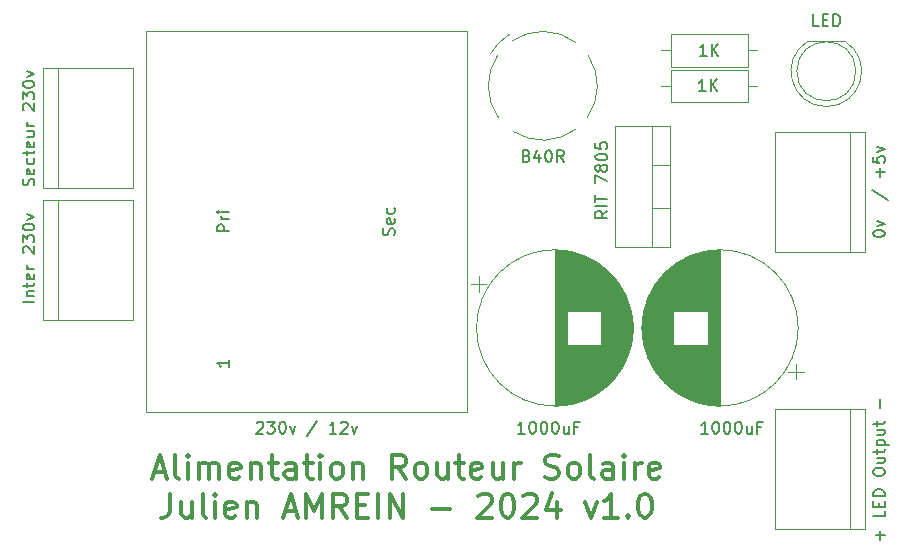
<source format=gto>
G04 #@! TF.GenerationSoftware,KiCad,Pcbnew,5.0.2+dfsg1-1+deb10u1*
G04 #@! TF.CreationDate,2023-11-13T12:08:50+01:00*
G04 #@! TF.ProjectId,AlimentationSecteur2024v1,416c696d-656e-4746-9174-696f6e536563,rev?*
G04 #@! TF.SameCoordinates,Original*
G04 #@! TF.FileFunction,Legend,Top*
G04 #@! TF.FilePolarity,Positive*
%FSLAX46Y46*%
G04 Gerber Fmt 4.6, Leading zero omitted, Abs format (unit mm)*
G04 Created by KiCad (PCBNEW 5.0.2+dfsg1-1+deb10u1) date lun. 13 nov. 2023 12:08:50 CET*
%MOMM*%
%LPD*%
G01*
G04 APERTURE LIST*
%ADD10C,0.300000*%
%ADD11C,0.120000*%
%ADD12C,0.150000*%
G04 APERTURE END LIST*
D10*
X121071428Y-118683333D02*
X122023809Y-118683333D01*
X120880952Y-119254761D02*
X121547619Y-117254761D01*
X122214285Y-119254761D01*
X123166666Y-119254761D02*
X122976190Y-119159523D01*
X122880952Y-118969047D01*
X122880952Y-117254761D01*
X123928571Y-119254761D02*
X123928571Y-117921428D01*
X123928571Y-117254761D02*
X123833333Y-117350000D01*
X123928571Y-117445238D01*
X124023809Y-117350000D01*
X123928571Y-117254761D01*
X123928571Y-117445238D01*
X124880952Y-119254761D02*
X124880952Y-117921428D01*
X124880952Y-118111904D02*
X124976190Y-118016666D01*
X125166666Y-117921428D01*
X125452380Y-117921428D01*
X125642857Y-118016666D01*
X125738095Y-118207142D01*
X125738095Y-119254761D01*
X125738095Y-118207142D02*
X125833333Y-118016666D01*
X126023809Y-117921428D01*
X126309523Y-117921428D01*
X126499999Y-118016666D01*
X126595238Y-118207142D01*
X126595238Y-119254761D01*
X128309523Y-119159523D02*
X128119047Y-119254761D01*
X127738095Y-119254761D01*
X127547619Y-119159523D01*
X127452380Y-118969047D01*
X127452380Y-118207142D01*
X127547619Y-118016666D01*
X127738095Y-117921428D01*
X128119047Y-117921428D01*
X128309523Y-118016666D01*
X128404761Y-118207142D01*
X128404761Y-118397619D01*
X127452380Y-118588095D01*
X129261904Y-117921428D02*
X129261904Y-119254761D01*
X129261904Y-118111904D02*
X129357142Y-118016666D01*
X129547619Y-117921428D01*
X129833333Y-117921428D01*
X130023809Y-118016666D01*
X130119047Y-118207142D01*
X130119047Y-119254761D01*
X130785714Y-117921428D02*
X131547619Y-117921428D01*
X131071428Y-117254761D02*
X131071428Y-118969047D01*
X131166666Y-119159523D01*
X131357142Y-119254761D01*
X131547619Y-119254761D01*
X133071428Y-119254761D02*
X133071428Y-118207142D01*
X132976190Y-118016666D01*
X132785714Y-117921428D01*
X132404761Y-117921428D01*
X132214285Y-118016666D01*
X133071428Y-119159523D02*
X132880952Y-119254761D01*
X132404761Y-119254761D01*
X132214285Y-119159523D01*
X132119047Y-118969047D01*
X132119047Y-118778571D01*
X132214285Y-118588095D01*
X132404761Y-118492857D01*
X132880952Y-118492857D01*
X133071428Y-118397619D01*
X133738095Y-117921428D02*
X134500000Y-117921428D01*
X134023809Y-117254761D02*
X134023809Y-118969047D01*
X134119047Y-119159523D01*
X134309523Y-119254761D01*
X134500000Y-119254761D01*
X135166666Y-119254761D02*
X135166666Y-117921428D01*
X135166666Y-117254761D02*
X135071428Y-117350000D01*
X135166666Y-117445238D01*
X135261904Y-117350000D01*
X135166666Y-117254761D01*
X135166666Y-117445238D01*
X136404761Y-119254761D02*
X136214285Y-119159523D01*
X136119047Y-119064285D01*
X136023809Y-118873809D01*
X136023809Y-118302380D01*
X136119047Y-118111904D01*
X136214285Y-118016666D01*
X136404761Y-117921428D01*
X136690476Y-117921428D01*
X136880952Y-118016666D01*
X136976190Y-118111904D01*
X137071428Y-118302380D01*
X137071428Y-118873809D01*
X136976190Y-119064285D01*
X136880952Y-119159523D01*
X136690476Y-119254761D01*
X136404761Y-119254761D01*
X137928571Y-117921428D02*
X137928571Y-119254761D01*
X137928571Y-118111904D02*
X138023809Y-118016666D01*
X138214285Y-117921428D01*
X138500000Y-117921428D01*
X138690476Y-118016666D01*
X138785714Y-118207142D01*
X138785714Y-119254761D01*
X142404761Y-119254761D02*
X141738095Y-118302380D01*
X141261904Y-119254761D02*
X141261904Y-117254761D01*
X142023809Y-117254761D01*
X142214285Y-117350000D01*
X142309523Y-117445238D01*
X142404761Y-117635714D01*
X142404761Y-117921428D01*
X142309523Y-118111904D01*
X142214285Y-118207142D01*
X142023809Y-118302380D01*
X141261904Y-118302380D01*
X143547619Y-119254761D02*
X143357142Y-119159523D01*
X143261904Y-119064285D01*
X143166666Y-118873809D01*
X143166666Y-118302380D01*
X143261904Y-118111904D01*
X143357142Y-118016666D01*
X143547619Y-117921428D01*
X143833333Y-117921428D01*
X144023809Y-118016666D01*
X144119047Y-118111904D01*
X144214285Y-118302380D01*
X144214285Y-118873809D01*
X144119047Y-119064285D01*
X144023809Y-119159523D01*
X143833333Y-119254761D01*
X143547619Y-119254761D01*
X145928571Y-117921428D02*
X145928571Y-119254761D01*
X145071428Y-117921428D02*
X145071428Y-118969047D01*
X145166666Y-119159523D01*
X145357142Y-119254761D01*
X145642857Y-119254761D01*
X145833333Y-119159523D01*
X145928571Y-119064285D01*
X146595238Y-117921428D02*
X147357142Y-117921428D01*
X146880952Y-117254761D02*
X146880952Y-118969047D01*
X146976190Y-119159523D01*
X147166666Y-119254761D01*
X147357142Y-119254761D01*
X148785714Y-119159523D02*
X148595238Y-119254761D01*
X148214285Y-119254761D01*
X148023809Y-119159523D01*
X147928571Y-118969047D01*
X147928571Y-118207142D01*
X148023809Y-118016666D01*
X148214285Y-117921428D01*
X148595238Y-117921428D01*
X148785714Y-118016666D01*
X148880952Y-118207142D01*
X148880952Y-118397619D01*
X147928571Y-118588095D01*
X150595238Y-117921428D02*
X150595238Y-119254761D01*
X149738095Y-117921428D02*
X149738095Y-118969047D01*
X149833333Y-119159523D01*
X150023809Y-119254761D01*
X150309523Y-119254761D01*
X150500000Y-119159523D01*
X150595238Y-119064285D01*
X151547619Y-119254761D02*
X151547619Y-117921428D01*
X151547619Y-118302380D02*
X151642857Y-118111904D01*
X151738095Y-118016666D01*
X151928571Y-117921428D01*
X152119047Y-117921428D01*
X154214285Y-119159523D02*
X154500000Y-119254761D01*
X154976190Y-119254761D01*
X155166666Y-119159523D01*
X155261904Y-119064285D01*
X155357142Y-118873809D01*
X155357142Y-118683333D01*
X155261904Y-118492857D01*
X155166666Y-118397619D01*
X154976190Y-118302380D01*
X154595238Y-118207142D01*
X154404761Y-118111904D01*
X154309523Y-118016666D01*
X154214285Y-117826190D01*
X154214285Y-117635714D01*
X154309523Y-117445238D01*
X154404761Y-117350000D01*
X154595238Y-117254761D01*
X155071428Y-117254761D01*
X155357142Y-117350000D01*
X156500000Y-119254761D02*
X156309523Y-119159523D01*
X156214285Y-119064285D01*
X156119047Y-118873809D01*
X156119047Y-118302380D01*
X156214285Y-118111904D01*
X156309523Y-118016666D01*
X156500000Y-117921428D01*
X156785714Y-117921428D01*
X156976190Y-118016666D01*
X157071428Y-118111904D01*
X157166666Y-118302380D01*
X157166666Y-118873809D01*
X157071428Y-119064285D01*
X156976190Y-119159523D01*
X156785714Y-119254761D01*
X156500000Y-119254761D01*
X158309523Y-119254761D02*
X158119047Y-119159523D01*
X158023809Y-118969047D01*
X158023809Y-117254761D01*
X159928571Y-119254761D02*
X159928571Y-118207142D01*
X159833333Y-118016666D01*
X159642857Y-117921428D01*
X159261904Y-117921428D01*
X159071428Y-118016666D01*
X159928571Y-119159523D02*
X159738095Y-119254761D01*
X159261904Y-119254761D01*
X159071428Y-119159523D01*
X158976190Y-118969047D01*
X158976190Y-118778571D01*
X159071428Y-118588095D01*
X159261904Y-118492857D01*
X159738095Y-118492857D01*
X159928571Y-118397619D01*
X160880952Y-119254761D02*
X160880952Y-117921428D01*
X160880952Y-117254761D02*
X160785714Y-117350000D01*
X160880952Y-117445238D01*
X160976190Y-117350000D01*
X160880952Y-117254761D01*
X160880952Y-117445238D01*
X161833333Y-119254761D02*
X161833333Y-117921428D01*
X161833333Y-118302380D02*
X161928571Y-118111904D01*
X162023809Y-118016666D01*
X162214285Y-117921428D01*
X162404761Y-117921428D01*
X163833333Y-119159523D02*
X163642857Y-119254761D01*
X163261904Y-119254761D01*
X163071428Y-119159523D01*
X162976190Y-118969047D01*
X162976190Y-118207142D01*
X163071428Y-118016666D01*
X163261904Y-117921428D01*
X163642857Y-117921428D01*
X163833333Y-118016666D01*
X163928571Y-118207142D01*
X163928571Y-118397619D01*
X162976190Y-118588095D01*
X122452380Y-120554761D02*
X122452380Y-121983333D01*
X122357142Y-122269047D01*
X122166666Y-122459523D01*
X121880952Y-122554761D01*
X121690476Y-122554761D01*
X124261904Y-121221428D02*
X124261904Y-122554761D01*
X123404761Y-121221428D02*
X123404761Y-122269047D01*
X123500000Y-122459523D01*
X123690476Y-122554761D01*
X123976190Y-122554761D01*
X124166666Y-122459523D01*
X124261904Y-122364285D01*
X125500000Y-122554761D02*
X125309523Y-122459523D01*
X125214285Y-122269047D01*
X125214285Y-120554761D01*
X126261904Y-122554761D02*
X126261904Y-121221428D01*
X126261904Y-120554761D02*
X126166666Y-120650000D01*
X126261904Y-120745238D01*
X126357142Y-120650000D01*
X126261904Y-120554761D01*
X126261904Y-120745238D01*
X127976190Y-122459523D02*
X127785714Y-122554761D01*
X127404761Y-122554761D01*
X127214285Y-122459523D01*
X127119047Y-122269047D01*
X127119047Y-121507142D01*
X127214285Y-121316666D01*
X127404761Y-121221428D01*
X127785714Y-121221428D01*
X127976190Y-121316666D01*
X128071428Y-121507142D01*
X128071428Y-121697619D01*
X127119047Y-121888095D01*
X128928571Y-121221428D02*
X128928571Y-122554761D01*
X128928571Y-121411904D02*
X129023809Y-121316666D01*
X129214285Y-121221428D01*
X129500000Y-121221428D01*
X129690476Y-121316666D01*
X129785714Y-121507142D01*
X129785714Y-122554761D01*
X132166666Y-121983333D02*
X133119047Y-121983333D01*
X131976190Y-122554761D02*
X132642857Y-120554761D01*
X133309523Y-122554761D01*
X133976190Y-122554761D02*
X133976190Y-120554761D01*
X134642857Y-121983333D01*
X135309523Y-120554761D01*
X135309523Y-122554761D01*
X137404761Y-122554761D02*
X136738095Y-121602380D01*
X136261904Y-122554761D02*
X136261904Y-120554761D01*
X137023809Y-120554761D01*
X137214285Y-120650000D01*
X137309523Y-120745238D01*
X137404761Y-120935714D01*
X137404761Y-121221428D01*
X137309523Y-121411904D01*
X137214285Y-121507142D01*
X137023809Y-121602380D01*
X136261904Y-121602380D01*
X138261904Y-121507142D02*
X138928571Y-121507142D01*
X139214285Y-122554761D02*
X138261904Y-122554761D01*
X138261904Y-120554761D01*
X139214285Y-120554761D01*
X140071428Y-122554761D02*
X140071428Y-120554761D01*
X141023809Y-122554761D02*
X141023809Y-120554761D01*
X142166666Y-122554761D01*
X142166666Y-120554761D01*
X144642857Y-121792857D02*
X146166666Y-121792857D01*
X148547619Y-120745238D02*
X148642857Y-120650000D01*
X148833333Y-120554761D01*
X149309523Y-120554761D01*
X149500000Y-120650000D01*
X149595238Y-120745238D01*
X149690476Y-120935714D01*
X149690476Y-121126190D01*
X149595238Y-121411904D01*
X148452380Y-122554761D01*
X149690476Y-122554761D01*
X150928571Y-120554761D02*
X151119047Y-120554761D01*
X151309523Y-120650000D01*
X151404761Y-120745238D01*
X151500000Y-120935714D01*
X151595238Y-121316666D01*
X151595238Y-121792857D01*
X151500000Y-122173809D01*
X151404761Y-122364285D01*
X151309523Y-122459523D01*
X151119047Y-122554761D01*
X150928571Y-122554761D01*
X150738095Y-122459523D01*
X150642857Y-122364285D01*
X150547619Y-122173809D01*
X150452380Y-121792857D01*
X150452380Y-121316666D01*
X150547619Y-120935714D01*
X150642857Y-120745238D01*
X150738095Y-120650000D01*
X150928571Y-120554761D01*
X152357142Y-120745238D02*
X152452380Y-120650000D01*
X152642857Y-120554761D01*
X153119047Y-120554761D01*
X153309523Y-120650000D01*
X153404761Y-120745238D01*
X153500000Y-120935714D01*
X153500000Y-121126190D01*
X153404761Y-121411904D01*
X152261904Y-122554761D01*
X153500000Y-122554761D01*
X155214285Y-121221428D02*
X155214285Y-122554761D01*
X154738095Y-120459523D02*
X154261904Y-121888095D01*
X155500000Y-121888095D01*
X157595238Y-121221428D02*
X158071428Y-122554761D01*
X158547619Y-121221428D01*
X160357142Y-122554761D02*
X159214285Y-122554761D01*
X159785714Y-122554761D02*
X159785714Y-120554761D01*
X159595238Y-120840476D01*
X159404761Y-121030952D01*
X159214285Y-121126190D01*
X161214285Y-122364285D02*
X161309523Y-122459523D01*
X161214285Y-122554761D01*
X161119047Y-122459523D01*
X161214285Y-122364285D01*
X161214285Y-122554761D01*
X162547619Y-120554761D02*
X162738095Y-120554761D01*
X162928571Y-120650000D01*
X163023809Y-120745238D01*
X163119047Y-120935714D01*
X163214285Y-121316666D01*
X163214285Y-121792857D01*
X163119047Y-122173809D01*
X163023809Y-122364285D01*
X162928571Y-122459523D01*
X162738095Y-122554761D01*
X162547619Y-122554761D01*
X162357142Y-122459523D01*
X162261904Y-122364285D01*
X162166666Y-122173809D01*
X162071428Y-121792857D01*
X162071428Y-121316666D01*
X162166666Y-120935714D01*
X162261904Y-120745238D01*
X162357142Y-120650000D01*
X162547619Y-120554761D01*
D11*
G04 #@! TO.C,+ LED Output -*
X181310000Y-123540000D02*
X181310000Y-113380000D01*
X173690000Y-123540000D02*
X181310000Y-123540000D01*
X173690000Y-113380000D02*
X173690000Y-123540000D01*
X181310000Y-113380000D02*
X173690000Y-113380000D01*
X180040000Y-113380000D02*
X180040000Y-123540000D01*
G04 #@! TO.C,Inter 230v *
X111690000Y-95710000D02*
X111690000Y-105870000D01*
X119310000Y-95710000D02*
X111690000Y-95710000D01*
X119310000Y-105870000D02*
X119310000Y-95710000D01*
X111690000Y-105870000D02*
X119310000Y-105870000D01*
X112960000Y-105870000D02*
X112960000Y-95710000D01*
G04 #@! TO.C,230v / 12v*
X120380000Y-81380000D02*
X147620000Y-81380000D01*
X120380000Y-81380000D02*
X120380000Y-113620000D01*
X147620000Y-113620000D02*
X147620000Y-81380000D01*
X147620000Y-113620000D02*
X120380000Y-113620000D01*
G04 #@! TO.C,1000uF*
X161620000Y-106500000D02*
G75*
G03X161620000Y-106500000I-6620000J0D01*
G01*
X155000000Y-99920000D02*
X155000000Y-113080000D01*
X155040000Y-99920000D02*
X155040000Y-113080000D01*
X155080000Y-99920000D02*
X155080000Y-113080000D01*
X155120000Y-99921000D02*
X155120000Y-113079000D01*
X155160000Y-99921000D02*
X155160000Y-113079000D01*
X155200000Y-99923000D02*
X155200000Y-113077000D01*
X155240000Y-99924000D02*
X155240000Y-113076000D01*
X155280000Y-99925000D02*
X155280000Y-113075000D01*
X155320000Y-99927000D02*
X155320000Y-113073000D01*
X155360000Y-99929000D02*
X155360000Y-113071000D01*
X155400000Y-99932000D02*
X155400000Y-113068000D01*
X155440000Y-99934000D02*
X155440000Y-113066000D01*
X155480000Y-99937000D02*
X155480000Y-113063000D01*
X155520000Y-99940000D02*
X155520000Y-113060000D01*
X155560000Y-99943000D02*
X155560000Y-113057000D01*
X155600000Y-99947000D02*
X155600000Y-113053000D01*
X155640000Y-99951000D02*
X155640000Y-113049000D01*
X155680000Y-99955000D02*
X155680000Y-113045000D01*
X155721000Y-99959000D02*
X155721000Y-113041000D01*
X155761000Y-99963000D02*
X155761000Y-113037000D01*
X155801000Y-99968000D02*
X155801000Y-113032000D01*
X155841000Y-99973000D02*
X155841000Y-113027000D01*
X155881000Y-99978000D02*
X155881000Y-113022000D01*
X155921000Y-99984000D02*
X155921000Y-113016000D01*
X155961000Y-99989000D02*
X155961000Y-113011000D01*
X156001000Y-99995000D02*
X156001000Y-113005000D01*
X156041000Y-100002000D02*
X156041000Y-112998000D01*
X156081000Y-100008000D02*
X156081000Y-105060000D01*
X156081000Y-107940000D02*
X156081000Y-112992000D01*
X156121000Y-100015000D02*
X156121000Y-105060000D01*
X156121000Y-107940000D02*
X156121000Y-112985000D01*
X156161000Y-100022000D02*
X156161000Y-105060000D01*
X156161000Y-107940000D02*
X156161000Y-112978000D01*
X156201000Y-100029000D02*
X156201000Y-105060000D01*
X156201000Y-107940000D02*
X156201000Y-112971000D01*
X156241000Y-100037000D02*
X156241000Y-105060000D01*
X156241000Y-107940000D02*
X156241000Y-112963000D01*
X156281000Y-100044000D02*
X156281000Y-105060000D01*
X156281000Y-107940000D02*
X156281000Y-112956000D01*
X156321000Y-100052000D02*
X156321000Y-105060000D01*
X156321000Y-107940000D02*
X156321000Y-112948000D01*
X156361000Y-100061000D02*
X156361000Y-105060000D01*
X156361000Y-107940000D02*
X156361000Y-112939000D01*
X156401000Y-100069000D02*
X156401000Y-105060000D01*
X156401000Y-107940000D02*
X156401000Y-112931000D01*
X156441000Y-100078000D02*
X156441000Y-105060000D01*
X156441000Y-107940000D02*
X156441000Y-112922000D01*
X156481000Y-100087000D02*
X156481000Y-105060000D01*
X156481000Y-107940000D02*
X156481000Y-112913000D01*
X156521000Y-100096000D02*
X156521000Y-105060000D01*
X156521000Y-107940000D02*
X156521000Y-112904000D01*
X156561000Y-100106000D02*
X156561000Y-105060000D01*
X156561000Y-107940000D02*
X156561000Y-112894000D01*
X156601000Y-100116000D02*
X156601000Y-105060000D01*
X156601000Y-107940000D02*
X156601000Y-112884000D01*
X156641000Y-100126000D02*
X156641000Y-105060000D01*
X156641000Y-107940000D02*
X156641000Y-112874000D01*
X156681000Y-100136000D02*
X156681000Y-105060000D01*
X156681000Y-107940000D02*
X156681000Y-112864000D01*
X156721000Y-100147000D02*
X156721000Y-105060000D01*
X156721000Y-107940000D02*
X156721000Y-112853000D01*
X156761000Y-100158000D02*
X156761000Y-105060000D01*
X156761000Y-107940000D02*
X156761000Y-112842000D01*
X156801000Y-100169000D02*
X156801000Y-105060000D01*
X156801000Y-107940000D02*
X156801000Y-112831000D01*
X156841000Y-100180000D02*
X156841000Y-105060000D01*
X156841000Y-107940000D02*
X156841000Y-112820000D01*
X156881000Y-100192000D02*
X156881000Y-105060000D01*
X156881000Y-107940000D02*
X156881000Y-112808000D01*
X156921000Y-100204000D02*
X156921000Y-105060000D01*
X156921000Y-107940000D02*
X156921000Y-112796000D01*
X156961000Y-100216000D02*
X156961000Y-105060000D01*
X156961000Y-107940000D02*
X156961000Y-112784000D01*
X157001000Y-100229000D02*
X157001000Y-105060000D01*
X157001000Y-107940000D02*
X157001000Y-112771000D01*
X157041000Y-100242000D02*
X157041000Y-105060000D01*
X157041000Y-107940000D02*
X157041000Y-112758000D01*
X157081000Y-100255000D02*
X157081000Y-105060000D01*
X157081000Y-107940000D02*
X157081000Y-112745000D01*
X157121000Y-100268000D02*
X157121000Y-105060000D01*
X157121000Y-107940000D02*
X157121000Y-112732000D01*
X157161000Y-100282000D02*
X157161000Y-105060000D01*
X157161000Y-107940000D02*
X157161000Y-112718000D01*
X157201000Y-100296000D02*
X157201000Y-105060000D01*
X157201000Y-107940000D02*
X157201000Y-112704000D01*
X157241000Y-100310000D02*
X157241000Y-105060000D01*
X157241000Y-107940000D02*
X157241000Y-112690000D01*
X157281000Y-100325000D02*
X157281000Y-105060000D01*
X157281000Y-107940000D02*
X157281000Y-112675000D01*
X157321000Y-100339000D02*
X157321000Y-105060000D01*
X157321000Y-107940000D02*
X157321000Y-112661000D01*
X157361000Y-100354000D02*
X157361000Y-105060000D01*
X157361000Y-107940000D02*
X157361000Y-112646000D01*
X157401000Y-100370000D02*
X157401000Y-105060000D01*
X157401000Y-107940000D02*
X157401000Y-112630000D01*
X157441000Y-100386000D02*
X157441000Y-105060000D01*
X157441000Y-107940000D02*
X157441000Y-112614000D01*
X157481000Y-100402000D02*
X157481000Y-105060000D01*
X157481000Y-107940000D02*
X157481000Y-112598000D01*
X157521000Y-100418000D02*
X157521000Y-105060000D01*
X157521000Y-107940000D02*
X157521000Y-112582000D01*
X157561000Y-100435000D02*
X157561000Y-105060000D01*
X157561000Y-107940000D02*
X157561000Y-112565000D01*
X157601000Y-100451000D02*
X157601000Y-105060000D01*
X157601000Y-107940000D02*
X157601000Y-112549000D01*
X157641000Y-100469000D02*
X157641000Y-105060000D01*
X157641000Y-107940000D02*
X157641000Y-112531000D01*
X157681000Y-100486000D02*
X157681000Y-105060000D01*
X157681000Y-107940000D02*
X157681000Y-112514000D01*
X157721000Y-100504000D02*
X157721000Y-105060000D01*
X157721000Y-107940000D02*
X157721000Y-112496000D01*
X157761000Y-100522000D02*
X157761000Y-105060000D01*
X157761000Y-107940000D02*
X157761000Y-112478000D01*
X157801000Y-100541000D02*
X157801000Y-105060000D01*
X157801000Y-107940000D02*
X157801000Y-112459000D01*
X157841000Y-100560000D02*
X157841000Y-105060000D01*
X157841000Y-107940000D02*
X157841000Y-112440000D01*
X157881000Y-100579000D02*
X157881000Y-105060000D01*
X157881000Y-107940000D02*
X157881000Y-112421000D01*
X157921000Y-100598000D02*
X157921000Y-105060000D01*
X157921000Y-107940000D02*
X157921000Y-112402000D01*
X157961000Y-100618000D02*
X157961000Y-105060000D01*
X157961000Y-107940000D02*
X157961000Y-112382000D01*
X158001000Y-100638000D02*
X158001000Y-105060000D01*
X158001000Y-107940000D02*
X158001000Y-112362000D01*
X158041000Y-100659000D02*
X158041000Y-105060000D01*
X158041000Y-107940000D02*
X158041000Y-112341000D01*
X158081000Y-100680000D02*
X158081000Y-105060000D01*
X158081000Y-107940000D02*
X158081000Y-112320000D01*
X158121000Y-100701000D02*
X158121000Y-105060000D01*
X158121000Y-107940000D02*
X158121000Y-112299000D01*
X158161000Y-100722000D02*
X158161000Y-105060000D01*
X158161000Y-107940000D02*
X158161000Y-112278000D01*
X158201000Y-100744000D02*
X158201000Y-105060000D01*
X158201000Y-107940000D02*
X158201000Y-112256000D01*
X158241000Y-100767000D02*
X158241000Y-105060000D01*
X158241000Y-107940000D02*
X158241000Y-112233000D01*
X158281000Y-100789000D02*
X158281000Y-105060000D01*
X158281000Y-107940000D02*
X158281000Y-112211000D01*
X158321000Y-100812000D02*
X158321000Y-105060000D01*
X158321000Y-107940000D02*
X158321000Y-112188000D01*
X158361000Y-100836000D02*
X158361000Y-105060000D01*
X158361000Y-107940000D02*
X158361000Y-112164000D01*
X158401000Y-100859000D02*
X158401000Y-105060000D01*
X158401000Y-107940000D02*
X158401000Y-112141000D01*
X158441000Y-100883000D02*
X158441000Y-105060000D01*
X158441000Y-107940000D02*
X158441000Y-112117000D01*
X158481000Y-100908000D02*
X158481000Y-105060000D01*
X158481000Y-107940000D02*
X158481000Y-112092000D01*
X158521000Y-100933000D02*
X158521000Y-105060000D01*
X158521000Y-107940000D02*
X158521000Y-112067000D01*
X158561000Y-100958000D02*
X158561000Y-105060000D01*
X158561000Y-107940000D02*
X158561000Y-112042000D01*
X158601000Y-100984000D02*
X158601000Y-105060000D01*
X158601000Y-107940000D02*
X158601000Y-112016000D01*
X158641000Y-101010000D02*
X158641000Y-105060000D01*
X158641000Y-107940000D02*
X158641000Y-111990000D01*
X158681000Y-101037000D02*
X158681000Y-105060000D01*
X158681000Y-107940000D02*
X158681000Y-111963000D01*
X158721000Y-101064000D02*
X158721000Y-105060000D01*
X158721000Y-107940000D02*
X158721000Y-111936000D01*
X158761000Y-101091000D02*
X158761000Y-105060000D01*
X158761000Y-107940000D02*
X158761000Y-111909000D01*
X158801000Y-101119000D02*
X158801000Y-105060000D01*
X158801000Y-107940000D02*
X158801000Y-111881000D01*
X158841000Y-101147000D02*
X158841000Y-105060000D01*
X158841000Y-107940000D02*
X158841000Y-111853000D01*
X158881000Y-101176000D02*
X158881000Y-105060000D01*
X158881000Y-107940000D02*
X158881000Y-111824000D01*
X158921000Y-101205000D02*
X158921000Y-105060000D01*
X158921000Y-107940000D02*
X158921000Y-111795000D01*
X158961000Y-101235000D02*
X158961000Y-111765000D01*
X159001000Y-101265000D02*
X159001000Y-111735000D01*
X159041000Y-101295000D02*
X159041000Y-111705000D01*
X159081000Y-101326000D02*
X159081000Y-111674000D01*
X159121000Y-101358000D02*
X159121000Y-111642000D01*
X159161000Y-101390000D02*
X159161000Y-111610000D01*
X159201000Y-101422000D02*
X159201000Y-111578000D01*
X159241000Y-101456000D02*
X159241000Y-111544000D01*
X159281000Y-101489000D02*
X159281000Y-111511000D01*
X159321000Y-101523000D02*
X159321000Y-111477000D01*
X159361000Y-101558000D02*
X159361000Y-111442000D01*
X159401000Y-101593000D02*
X159401000Y-111407000D01*
X159441000Y-101629000D02*
X159441000Y-111371000D01*
X159481000Y-101666000D02*
X159481000Y-111334000D01*
X159521000Y-101703000D02*
X159521000Y-111297000D01*
X159561000Y-101740000D02*
X159561000Y-111260000D01*
X159601000Y-101779000D02*
X159601000Y-111221000D01*
X159641000Y-101818000D02*
X159641000Y-111182000D01*
X159681000Y-101857000D02*
X159681000Y-111143000D01*
X159721000Y-101898000D02*
X159721000Y-111102000D01*
X159761000Y-101939000D02*
X159761000Y-111061000D01*
X159801000Y-101981000D02*
X159801000Y-111019000D01*
X159841000Y-102023000D02*
X159841000Y-110977000D01*
X159881000Y-102066000D02*
X159881000Y-110934000D01*
X159921000Y-102110000D02*
X159921000Y-110890000D01*
X159961000Y-102155000D02*
X159961000Y-110845000D01*
X160001000Y-102201000D02*
X160001000Y-110799000D01*
X160041000Y-102247000D02*
X160041000Y-110753000D01*
X160081000Y-102295000D02*
X160081000Y-110705000D01*
X160121000Y-102343000D02*
X160121000Y-110657000D01*
X160161000Y-102392000D02*
X160161000Y-110608000D01*
X160201000Y-102443000D02*
X160201000Y-110557000D01*
X160241000Y-102494000D02*
X160241000Y-110506000D01*
X160281000Y-102546000D02*
X160281000Y-110454000D01*
X160321000Y-102600000D02*
X160321000Y-110400000D01*
X160361000Y-102654000D02*
X160361000Y-110346000D01*
X160401000Y-102710000D02*
X160401000Y-110290000D01*
X160441000Y-102767000D02*
X160441000Y-110233000D01*
X160481000Y-102825000D02*
X160481000Y-110175000D01*
X160521000Y-102885000D02*
X160521000Y-110115000D01*
X160561000Y-102946000D02*
X160561000Y-110054000D01*
X160601000Y-103009000D02*
X160601000Y-109991000D01*
X160641000Y-103073000D02*
X160641000Y-109927000D01*
X160681000Y-103139000D02*
X160681000Y-109861000D01*
X160721000Y-103207000D02*
X160721000Y-109793000D01*
X160761000Y-103277000D02*
X160761000Y-109723000D01*
X160801000Y-103348000D02*
X160801000Y-109652000D01*
X160841000Y-103422000D02*
X160841000Y-109578000D01*
X160881000Y-103498000D02*
X160881000Y-109502000D01*
X160921000Y-103577000D02*
X160921000Y-109423000D01*
X160961000Y-103658000D02*
X160961000Y-109342000D01*
X161001000Y-103742000D02*
X161001000Y-109258000D01*
X161041000Y-103830000D02*
X161041000Y-109170000D01*
X161081000Y-103921000D02*
X161081000Y-109079000D01*
X161121000Y-104016000D02*
X161121000Y-108984000D01*
X161161000Y-104115000D02*
X161161000Y-108885000D01*
X161201000Y-104219000D02*
X161201000Y-108781000D01*
X161241000Y-104329000D02*
X161241000Y-108671000D01*
X161281000Y-104445000D02*
X161281000Y-108555000D01*
X161321000Y-104569000D02*
X161321000Y-108431000D01*
X161361000Y-104702000D02*
X161361000Y-108298000D01*
X161401000Y-104847000D02*
X161401000Y-108153000D01*
X161441000Y-105006000D02*
X161441000Y-107994000D01*
X161481000Y-105185000D02*
X161481000Y-107815000D01*
X161521000Y-105393000D02*
X161521000Y-107607000D01*
X161561000Y-105650000D02*
X161561000Y-107350000D01*
X161601000Y-106025000D02*
X161601000Y-106975000D01*
X147915431Y-102785000D02*
X149215431Y-102785000D01*
X148565431Y-102135000D02*
X148565431Y-103435000D01*
G04 #@! TO.C,RIT 7805*
X164770000Y-89420000D02*
X164770000Y-99660000D01*
X160129000Y-89420000D02*
X160129000Y-99660000D01*
X164770000Y-89420000D02*
X160129000Y-89420000D01*
X164770000Y-99660000D02*
X160129000Y-99660000D01*
X163260000Y-89420000D02*
X163260000Y-99660000D01*
X164770000Y-92690000D02*
X163260000Y-92690000D01*
X164770000Y-96391000D02*
X163260000Y-96391000D01*
G04 #@! TO.C,1K*
X164810000Y-81630000D02*
X164810000Y-84370000D01*
X164810000Y-84370000D02*
X171350000Y-84370000D01*
X171350000Y-84370000D02*
X171350000Y-81630000D01*
X171350000Y-81630000D02*
X164810000Y-81630000D01*
X164040000Y-83000000D02*
X164810000Y-83000000D01*
X172120000Y-83000000D02*
X171350000Y-83000000D01*
X164810000Y-84630000D02*
X164810000Y-87370000D01*
X164810000Y-87370000D02*
X171350000Y-87370000D01*
X171350000Y-87370000D02*
X171350000Y-84630000D01*
X171350000Y-84630000D02*
X164810000Y-84630000D01*
X164040000Y-86000000D02*
X164810000Y-86000000D01*
X172120000Y-86000000D02*
X171350000Y-86000000D01*
G04 #@! TO.C,1000uF*
X175434569Y-110865000D02*
X175434569Y-109565000D01*
X176084569Y-110215000D02*
X174784569Y-110215000D01*
X162399000Y-106975000D02*
X162399000Y-106025000D01*
X162439000Y-107350000D02*
X162439000Y-105650000D01*
X162479000Y-107607000D02*
X162479000Y-105393000D01*
X162519000Y-107815000D02*
X162519000Y-105185000D01*
X162559000Y-107994000D02*
X162559000Y-105006000D01*
X162599000Y-108153000D02*
X162599000Y-104847000D01*
X162639000Y-108298000D02*
X162639000Y-104702000D01*
X162679000Y-108431000D02*
X162679000Y-104569000D01*
X162719000Y-108555000D02*
X162719000Y-104445000D01*
X162759000Y-108671000D02*
X162759000Y-104329000D01*
X162799000Y-108781000D02*
X162799000Y-104219000D01*
X162839000Y-108885000D02*
X162839000Y-104115000D01*
X162879000Y-108984000D02*
X162879000Y-104016000D01*
X162919000Y-109079000D02*
X162919000Y-103921000D01*
X162959000Y-109170000D02*
X162959000Y-103830000D01*
X162999000Y-109258000D02*
X162999000Y-103742000D01*
X163039000Y-109342000D02*
X163039000Y-103658000D01*
X163079000Y-109423000D02*
X163079000Y-103577000D01*
X163119000Y-109502000D02*
X163119000Y-103498000D01*
X163159000Y-109578000D02*
X163159000Y-103422000D01*
X163199000Y-109652000D02*
X163199000Y-103348000D01*
X163239000Y-109723000D02*
X163239000Y-103277000D01*
X163279000Y-109793000D02*
X163279000Y-103207000D01*
X163319000Y-109861000D02*
X163319000Y-103139000D01*
X163359000Y-109927000D02*
X163359000Y-103073000D01*
X163399000Y-109991000D02*
X163399000Y-103009000D01*
X163439000Y-110054000D02*
X163439000Y-102946000D01*
X163479000Y-110115000D02*
X163479000Y-102885000D01*
X163519000Y-110175000D02*
X163519000Y-102825000D01*
X163559000Y-110233000D02*
X163559000Y-102767000D01*
X163599000Y-110290000D02*
X163599000Y-102710000D01*
X163639000Y-110346000D02*
X163639000Y-102654000D01*
X163679000Y-110400000D02*
X163679000Y-102600000D01*
X163719000Y-110454000D02*
X163719000Y-102546000D01*
X163759000Y-110506000D02*
X163759000Y-102494000D01*
X163799000Y-110557000D02*
X163799000Y-102443000D01*
X163839000Y-110608000D02*
X163839000Y-102392000D01*
X163879000Y-110657000D02*
X163879000Y-102343000D01*
X163919000Y-110705000D02*
X163919000Y-102295000D01*
X163959000Y-110753000D02*
X163959000Y-102247000D01*
X163999000Y-110799000D02*
X163999000Y-102201000D01*
X164039000Y-110845000D02*
X164039000Y-102155000D01*
X164079000Y-110890000D02*
X164079000Y-102110000D01*
X164119000Y-110934000D02*
X164119000Y-102066000D01*
X164159000Y-110977000D02*
X164159000Y-102023000D01*
X164199000Y-111019000D02*
X164199000Y-101981000D01*
X164239000Y-111061000D02*
X164239000Y-101939000D01*
X164279000Y-111102000D02*
X164279000Y-101898000D01*
X164319000Y-111143000D02*
X164319000Y-101857000D01*
X164359000Y-111182000D02*
X164359000Y-101818000D01*
X164399000Y-111221000D02*
X164399000Y-101779000D01*
X164439000Y-111260000D02*
X164439000Y-101740000D01*
X164479000Y-111297000D02*
X164479000Y-101703000D01*
X164519000Y-111334000D02*
X164519000Y-101666000D01*
X164559000Y-111371000D02*
X164559000Y-101629000D01*
X164599000Y-111407000D02*
X164599000Y-101593000D01*
X164639000Y-111442000D02*
X164639000Y-101558000D01*
X164679000Y-111477000D02*
X164679000Y-101523000D01*
X164719000Y-111511000D02*
X164719000Y-101489000D01*
X164759000Y-111544000D02*
X164759000Y-101456000D01*
X164799000Y-111578000D02*
X164799000Y-101422000D01*
X164839000Y-111610000D02*
X164839000Y-101390000D01*
X164879000Y-111642000D02*
X164879000Y-101358000D01*
X164919000Y-111674000D02*
X164919000Y-101326000D01*
X164959000Y-111705000D02*
X164959000Y-101295000D01*
X164999000Y-111735000D02*
X164999000Y-101265000D01*
X165039000Y-111765000D02*
X165039000Y-101235000D01*
X165079000Y-105060000D02*
X165079000Y-101205000D01*
X165079000Y-111795000D02*
X165079000Y-107940000D01*
X165119000Y-105060000D02*
X165119000Y-101176000D01*
X165119000Y-111824000D02*
X165119000Y-107940000D01*
X165159000Y-105060000D02*
X165159000Y-101147000D01*
X165159000Y-111853000D02*
X165159000Y-107940000D01*
X165199000Y-105060000D02*
X165199000Y-101119000D01*
X165199000Y-111881000D02*
X165199000Y-107940000D01*
X165239000Y-105060000D02*
X165239000Y-101091000D01*
X165239000Y-111909000D02*
X165239000Y-107940000D01*
X165279000Y-105060000D02*
X165279000Y-101064000D01*
X165279000Y-111936000D02*
X165279000Y-107940000D01*
X165319000Y-105060000D02*
X165319000Y-101037000D01*
X165319000Y-111963000D02*
X165319000Y-107940000D01*
X165359000Y-105060000D02*
X165359000Y-101010000D01*
X165359000Y-111990000D02*
X165359000Y-107940000D01*
X165399000Y-105060000D02*
X165399000Y-100984000D01*
X165399000Y-112016000D02*
X165399000Y-107940000D01*
X165439000Y-105060000D02*
X165439000Y-100958000D01*
X165439000Y-112042000D02*
X165439000Y-107940000D01*
X165479000Y-105060000D02*
X165479000Y-100933000D01*
X165479000Y-112067000D02*
X165479000Y-107940000D01*
X165519000Y-105060000D02*
X165519000Y-100908000D01*
X165519000Y-112092000D02*
X165519000Y-107940000D01*
X165559000Y-105060000D02*
X165559000Y-100883000D01*
X165559000Y-112117000D02*
X165559000Y-107940000D01*
X165599000Y-105060000D02*
X165599000Y-100859000D01*
X165599000Y-112141000D02*
X165599000Y-107940000D01*
X165639000Y-105060000D02*
X165639000Y-100836000D01*
X165639000Y-112164000D02*
X165639000Y-107940000D01*
X165679000Y-105060000D02*
X165679000Y-100812000D01*
X165679000Y-112188000D02*
X165679000Y-107940000D01*
X165719000Y-105060000D02*
X165719000Y-100789000D01*
X165719000Y-112211000D02*
X165719000Y-107940000D01*
X165759000Y-105060000D02*
X165759000Y-100767000D01*
X165759000Y-112233000D02*
X165759000Y-107940000D01*
X165799000Y-105060000D02*
X165799000Y-100744000D01*
X165799000Y-112256000D02*
X165799000Y-107940000D01*
X165839000Y-105060000D02*
X165839000Y-100722000D01*
X165839000Y-112278000D02*
X165839000Y-107940000D01*
X165879000Y-105060000D02*
X165879000Y-100701000D01*
X165879000Y-112299000D02*
X165879000Y-107940000D01*
X165919000Y-105060000D02*
X165919000Y-100680000D01*
X165919000Y-112320000D02*
X165919000Y-107940000D01*
X165959000Y-105060000D02*
X165959000Y-100659000D01*
X165959000Y-112341000D02*
X165959000Y-107940000D01*
X165999000Y-105060000D02*
X165999000Y-100638000D01*
X165999000Y-112362000D02*
X165999000Y-107940000D01*
X166039000Y-105060000D02*
X166039000Y-100618000D01*
X166039000Y-112382000D02*
X166039000Y-107940000D01*
X166079000Y-105060000D02*
X166079000Y-100598000D01*
X166079000Y-112402000D02*
X166079000Y-107940000D01*
X166119000Y-105060000D02*
X166119000Y-100579000D01*
X166119000Y-112421000D02*
X166119000Y-107940000D01*
X166159000Y-105060000D02*
X166159000Y-100560000D01*
X166159000Y-112440000D02*
X166159000Y-107940000D01*
X166199000Y-105060000D02*
X166199000Y-100541000D01*
X166199000Y-112459000D02*
X166199000Y-107940000D01*
X166239000Y-105060000D02*
X166239000Y-100522000D01*
X166239000Y-112478000D02*
X166239000Y-107940000D01*
X166279000Y-105060000D02*
X166279000Y-100504000D01*
X166279000Y-112496000D02*
X166279000Y-107940000D01*
X166319000Y-105060000D02*
X166319000Y-100486000D01*
X166319000Y-112514000D02*
X166319000Y-107940000D01*
X166359000Y-105060000D02*
X166359000Y-100469000D01*
X166359000Y-112531000D02*
X166359000Y-107940000D01*
X166399000Y-105060000D02*
X166399000Y-100451000D01*
X166399000Y-112549000D02*
X166399000Y-107940000D01*
X166439000Y-105060000D02*
X166439000Y-100435000D01*
X166439000Y-112565000D02*
X166439000Y-107940000D01*
X166479000Y-105060000D02*
X166479000Y-100418000D01*
X166479000Y-112582000D02*
X166479000Y-107940000D01*
X166519000Y-105060000D02*
X166519000Y-100402000D01*
X166519000Y-112598000D02*
X166519000Y-107940000D01*
X166559000Y-105060000D02*
X166559000Y-100386000D01*
X166559000Y-112614000D02*
X166559000Y-107940000D01*
X166599000Y-105060000D02*
X166599000Y-100370000D01*
X166599000Y-112630000D02*
X166599000Y-107940000D01*
X166639000Y-105060000D02*
X166639000Y-100354000D01*
X166639000Y-112646000D02*
X166639000Y-107940000D01*
X166679000Y-105060000D02*
X166679000Y-100339000D01*
X166679000Y-112661000D02*
X166679000Y-107940000D01*
X166719000Y-105060000D02*
X166719000Y-100325000D01*
X166719000Y-112675000D02*
X166719000Y-107940000D01*
X166759000Y-105060000D02*
X166759000Y-100310000D01*
X166759000Y-112690000D02*
X166759000Y-107940000D01*
X166799000Y-105060000D02*
X166799000Y-100296000D01*
X166799000Y-112704000D02*
X166799000Y-107940000D01*
X166839000Y-105060000D02*
X166839000Y-100282000D01*
X166839000Y-112718000D02*
X166839000Y-107940000D01*
X166879000Y-105060000D02*
X166879000Y-100268000D01*
X166879000Y-112732000D02*
X166879000Y-107940000D01*
X166919000Y-105060000D02*
X166919000Y-100255000D01*
X166919000Y-112745000D02*
X166919000Y-107940000D01*
X166959000Y-105060000D02*
X166959000Y-100242000D01*
X166959000Y-112758000D02*
X166959000Y-107940000D01*
X166999000Y-105060000D02*
X166999000Y-100229000D01*
X166999000Y-112771000D02*
X166999000Y-107940000D01*
X167039000Y-105060000D02*
X167039000Y-100216000D01*
X167039000Y-112784000D02*
X167039000Y-107940000D01*
X167079000Y-105060000D02*
X167079000Y-100204000D01*
X167079000Y-112796000D02*
X167079000Y-107940000D01*
X167119000Y-105060000D02*
X167119000Y-100192000D01*
X167119000Y-112808000D02*
X167119000Y-107940000D01*
X167159000Y-105060000D02*
X167159000Y-100180000D01*
X167159000Y-112820000D02*
X167159000Y-107940000D01*
X167199000Y-105060000D02*
X167199000Y-100169000D01*
X167199000Y-112831000D02*
X167199000Y-107940000D01*
X167239000Y-105060000D02*
X167239000Y-100158000D01*
X167239000Y-112842000D02*
X167239000Y-107940000D01*
X167279000Y-105060000D02*
X167279000Y-100147000D01*
X167279000Y-112853000D02*
X167279000Y-107940000D01*
X167319000Y-105060000D02*
X167319000Y-100136000D01*
X167319000Y-112864000D02*
X167319000Y-107940000D01*
X167359000Y-105060000D02*
X167359000Y-100126000D01*
X167359000Y-112874000D02*
X167359000Y-107940000D01*
X167399000Y-105060000D02*
X167399000Y-100116000D01*
X167399000Y-112884000D02*
X167399000Y-107940000D01*
X167439000Y-105060000D02*
X167439000Y-100106000D01*
X167439000Y-112894000D02*
X167439000Y-107940000D01*
X167479000Y-105060000D02*
X167479000Y-100096000D01*
X167479000Y-112904000D02*
X167479000Y-107940000D01*
X167519000Y-105060000D02*
X167519000Y-100087000D01*
X167519000Y-112913000D02*
X167519000Y-107940000D01*
X167559000Y-105060000D02*
X167559000Y-100078000D01*
X167559000Y-112922000D02*
X167559000Y-107940000D01*
X167599000Y-105060000D02*
X167599000Y-100069000D01*
X167599000Y-112931000D02*
X167599000Y-107940000D01*
X167639000Y-105060000D02*
X167639000Y-100061000D01*
X167639000Y-112939000D02*
X167639000Y-107940000D01*
X167679000Y-105060000D02*
X167679000Y-100052000D01*
X167679000Y-112948000D02*
X167679000Y-107940000D01*
X167719000Y-105060000D02*
X167719000Y-100044000D01*
X167719000Y-112956000D02*
X167719000Y-107940000D01*
X167759000Y-105060000D02*
X167759000Y-100037000D01*
X167759000Y-112963000D02*
X167759000Y-107940000D01*
X167799000Y-105060000D02*
X167799000Y-100029000D01*
X167799000Y-112971000D02*
X167799000Y-107940000D01*
X167839000Y-105060000D02*
X167839000Y-100022000D01*
X167839000Y-112978000D02*
X167839000Y-107940000D01*
X167879000Y-105060000D02*
X167879000Y-100015000D01*
X167879000Y-112985000D02*
X167879000Y-107940000D01*
X167919000Y-105060000D02*
X167919000Y-100008000D01*
X167919000Y-112992000D02*
X167919000Y-107940000D01*
X167959000Y-112998000D02*
X167959000Y-100002000D01*
X167999000Y-113005000D02*
X167999000Y-99995000D01*
X168039000Y-113011000D02*
X168039000Y-99989000D01*
X168079000Y-113016000D02*
X168079000Y-99984000D01*
X168119000Y-113022000D02*
X168119000Y-99978000D01*
X168159000Y-113027000D02*
X168159000Y-99973000D01*
X168199000Y-113032000D02*
X168199000Y-99968000D01*
X168239000Y-113037000D02*
X168239000Y-99963000D01*
X168279000Y-113041000D02*
X168279000Y-99959000D01*
X168320000Y-113045000D02*
X168320000Y-99955000D01*
X168360000Y-113049000D02*
X168360000Y-99951000D01*
X168400000Y-113053000D02*
X168400000Y-99947000D01*
X168440000Y-113057000D02*
X168440000Y-99943000D01*
X168480000Y-113060000D02*
X168480000Y-99940000D01*
X168520000Y-113063000D02*
X168520000Y-99937000D01*
X168560000Y-113066000D02*
X168560000Y-99934000D01*
X168600000Y-113068000D02*
X168600000Y-99932000D01*
X168640000Y-113071000D02*
X168640000Y-99929000D01*
X168680000Y-113073000D02*
X168680000Y-99927000D01*
X168720000Y-113075000D02*
X168720000Y-99925000D01*
X168760000Y-113076000D02*
X168760000Y-99924000D01*
X168800000Y-113077000D02*
X168800000Y-99923000D01*
X168840000Y-113079000D02*
X168840000Y-99921000D01*
X168880000Y-113079000D02*
X168880000Y-99921000D01*
X168920000Y-113080000D02*
X168920000Y-99920000D01*
X168960000Y-113080000D02*
X168960000Y-99920000D01*
X169000000Y-113080000D02*
X169000000Y-99920000D01*
X175620000Y-106500000D02*
G75*
G03X175620000Y-106500000I-6620000J0D01*
G01*
G04 #@! TO.C,Secteur 230v *
X112960000Y-94620000D02*
X112960000Y-84460000D01*
X111690000Y-94620000D02*
X119310000Y-94620000D01*
X119310000Y-94620000D02*
X119310000Y-84460000D01*
X119310000Y-84460000D02*
X111690000Y-84460000D01*
X111690000Y-84460000D02*
X111690000Y-94620000D01*
G04 #@! TO.C,LED*
X177999538Y-87760000D02*
G75*
G03X179544830Y-82210000I462J2990000D01*
G01*
X178000462Y-87760000D02*
G75*
G02X176455170Y-82210000I-462J2990000D01*
G01*
X180500000Y-84770000D02*
G75*
G03X180500000Y-84770000I-2500000J0D01*
G01*
X179545000Y-82210000D02*
X176455000Y-82210000D01*
G04 #@! TO.C,B40R*
X149545513Y-83316243D02*
G75*
G02X151150000Y-81650000I4454487J-2683757D01*
G01*
X150170569Y-83413891D02*
G75*
G03X150250000Y-88700000I3829431J-2586109D01*
G01*
X151508533Y-89878800D02*
G75*
G03X156750000Y-89700000I2491467J3878800D01*
G01*
X157747584Y-88698261D02*
G75*
G03X157850000Y-83450000I-3747584J2698261D01*
G01*
X156754731Y-82310629D02*
G75*
G03X151400000Y-82200000I-2754731J-3689371D01*
G01*
G04 #@! TO.C,0v  / +5v*
X180040000Y-89880000D02*
X180040000Y-100040000D01*
X181310000Y-89880000D02*
X173690000Y-89880000D01*
X173690000Y-89880000D02*
X173690000Y-100040000D01*
X173690000Y-100040000D02*
X181310000Y-100040000D01*
X181310000Y-100040000D02*
X181310000Y-89880000D01*
G04 #@! TO.C,+ LED Output -*
D12*
X182571428Y-124452380D02*
X182571428Y-123690476D01*
X182952380Y-124071428D02*
X182190476Y-124071428D01*
X182952380Y-121976190D02*
X182952380Y-122452380D01*
X181952380Y-122452380D01*
X182428571Y-121642857D02*
X182428571Y-121309523D01*
X182952380Y-121166666D02*
X182952380Y-121642857D01*
X181952380Y-121642857D01*
X181952380Y-121166666D01*
X182952380Y-120738095D02*
X181952380Y-120738095D01*
X181952380Y-120500000D01*
X182000000Y-120357142D01*
X182095238Y-120261904D01*
X182190476Y-120214285D01*
X182380952Y-120166666D01*
X182523809Y-120166666D01*
X182714285Y-120214285D01*
X182809523Y-120261904D01*
X182904761Y-120357142D01*
X182952380Y-120500000D01*
X182952380Y-120738095D01*
X181952380Y-118785714D02*
X181952380Y-118595238D01*
X182000000Y-118500000D01*
X182095238Y-118404761D01*
X182285714Y-118357142D01*
X182619047Y-118357142D01*
X182809523Y-118404761D01*
X182904761Y-118500000D01*
X182952380Y-118595238D01*
X182952380Y-118785714D01*
X182904761Y-118880952D01*
X182809523Y-118976190D01*
X182619047Y-119023809D01*
X182285714Y-119023809D01*
X182095238Y-118976190D01*
X182000000Y-118880952D01*
X181952380Y-118785714D01*
X182285714Y-117500000D02*
X182952380Y-117500000D01*
X182285714Y-117928571D02*
X182809523Y-117928571D01*
X182904761Y-117880952D01*
X182952380Y-117785714D01*
X182952380Y-117642857D01*
X182904761Y-117547619D01*
X182857142Y-117500000D01*
X182285714Y-117166666D02*
X182285714Y-116785714D01*
X181952380Y-117023809D02*
X182809523Y-117023809D01*
X182904761Y-116976190D01*
X182952380Y-116880952D01*
X182952380Y-116785714D01*
X182285714Y-116452380D02*
X183285714Y-116452380D01*
X182333333Y-116452380D02*
X182285714Y-116357142D01*
X182285714Y-116166666D01*
X182333333Y-116071428D01*
X182380952Y-116023809D01*
X182476190Y-115976190D01*
X182761904Y-115976190D01*
X182857142Y-116023809D01*
X182904761Y-116071428D01*
X182952380Y-116166666D01*
X182952380Y-116357142D01*
X182904761Y-116452380D01*
X182285714Y-115119047D02*
X182952380Y-115119047D01*
X182285714Y-115547619D02*
X182809523Y-115547619D01*
X182904761Y-115500000D01*
X182952380Y-115404761D01*
X182952380Y-115261904D01*
X182904761Y-115166666D01*
X182857142Y-115119047D01*
X182285714Y-114785714D02*
X182285714Y-114404761D01*
X181952380Y-114642857D02*
X182809523Y-114642857D01*
X182904761Y-114595238D01*
X182952380Y-114500000D01*
X182952380Y-114404761D01*
X182571428Y-113309523D02*
X182571428Y-112547619D01*
G04 #@! TO.C,Inter 230v *
X110952380Y-104297619D02*
X109952380Y-104297619D01*
X110285714Y-103821428D02*
X110952380Y-103821428D01*
X110380952Y-103821428D02*
X110333333Y-103773809D01*
X110285714Y-103678571D01*
X110285714Y-103535714D01*
X110333333Y-103440476D01*
X110428571Y-103392857D01*
X110952380Y-103392857D01*
X110285714Y-103059523D02*
X110285714Y-102678571D01*
X109952380Y-102916666D02*
X110809523Y-102916666D01*
X110904761Y-102869047D01*
X110952380Y-102773809D01*
X110952380Y-102678571D01*
X110904761Y-101964285D02*
X110952380Y-102059523D01*
X110952380Y-102250000D01*
X110904761Y-102345238D01*
X110809523Y-102392857D01*
X110428571Y-102392857D01*
X110333333Y-102345238D01*
X110285714Y-102250000D01*
X110285714Y-102059523D01*
X110333333Y-101964285D01*
X110428571Y-101916666D01*
X110523809Y-101916666D01*
X110619047Y-102392857D01*
X110952380Y-101488095D02*
X110285714Y-101488095D01*
X110476190Y-101488095D02*
X110380952Y-101440476D01*
X110333333Y-101392857D01*
X110285714Y-101297619D01*
X110285714Y-101202380D01*
X110047619Y-100154761D02*
X110000000Y-100107142D01*
X109952380Y-100011904D01*
X109952380Y-99773809D01*
X110000000Y-99678571D01*
X110047619Y-99630952D01*
X110142857Y-99583333D01*
X110238095Y-99583333D01*
X110380952Y-99630952D01*
X110952380Y-100202380D01*
X110952380Y-99583333D01*
X109952380Y-99250000D02*
X109952380Y-98630952D01*
X110333333Y-98964285D01*
X110333333Y-98821428D01*
X110380952Y-98726190D01*
X110428571Y-98678571D01*
X110523809Y-98630952D01*
X110761904Y-98630952D01*
X110857142Y-98678571D01*
X110904761Y-98726190D01*
X110952380Y-98821428D01*
X110952380Y-99107142D01*
X110904761Y-99202380D01*
X110857142Y-99250000D01*
X109952380Y-98011904D02*
X109952380Y-97916666D01*
X110000000Y-97821428D01*
X110047619Y-97773809D01*
X110142857Y-97726190D01*
X110333333Y-97678571D01*
X110571428Y-97678571D01*
X110761904Y-97726190D01*
X110857142Y-97773809D01*
X110904761Y-97821428D01*
X110952380Y-97916666D01*
X110952380Y-98011904D01*
X110904761Y-98107142D01*
X110857142Y-98154761D01*
X110761904Y-98202380D01*
X110571428Y-98250000D01*
X110333333Y-98250000D01*
X110142857Y-98202380D01*
X110047619Y-98154761D01*
X110000000Y-98107142D01*
X109952380Y-98011904D01*
X110285714Y-97345238D02*
X110952380Y-97107142D01*
X110285714Y-96869047D01*
G04 #@! TO.C,230v / 12v*
X129761904Y-114547619D02*
X129809523Y-114500000D01*
X129904761Y-114452380D01*
X130142857Y-114452380D01*
X130238095Y-114500000D01*
X130285714Y-114547619D01*
X130333333Y-114642857D01*
X130333333Y-114738095D01*
X130285714Y-114880952D01*
X129714285Y-115452380D01*
X130333333Y-115452380D01*
X130666666Y-114452380D02*
X131285714Y-114452380D01*
X130952380Y-114833333D01*
X131095238Y-114833333D01*
X131190476Y-114880952D01*
X131238095Y-114928571D01*
X131285714Y-115023809D01*
X131285714Y-115261904D01*
X131238095Y-115357142D01*
X131190476Y-115404761D01*
X131095238Y-115452380D01*
X130809523Y-115452380D01*
X130714285Y-115404761D01*
X130666666Y-115357142D01*
X131904761Y-114452380D02*
X132000000Y-114452380D01*
X132095238Y-114500000D01*
X132142857Y-114547619D01*
X132190476Y-114642857D01*
X132238095Y-114833333D01*
X132238095Y-115071428D01*
X132190476Y-115261904D01*
X132142857Y-115357142D01*
X132095238Y-115404761D01*
X132000000Y-115452380D01*
X131904761Y-115452380D01*
X131809523Y-115404761D01*
X131761904Y-115357142D01*
X131714285Y-115261904D01*
X131666666Y-115071428D01*
X131666666Y-114833333D01*
X131714285Y-114642857D01*
X131761904Y-114547619D01*
X131809523Y-114500000D01*
X131904761Y-114452380D01*
X132571428Y-114785714D02*
X132809523Y-115452380D01*
X133047619Y-114785714D01*
X134904761Y-114404761D02*
X134047619Y-115690476D01*
X136523809Y-115452380D02*
X135952380Y-115452380D01*
X136238095Y-115452380D02*
X136238095Y-114452380D01*
X136142857Y-114595238D01*
X136047619Y-114690476D01*
X135952380Y-114738095D01*
X136904761Y-114547619D02*
X136952380Y-114500000D01*
X137047619Y-114452380D01*
X137285714Y-114452380D01*
X137380952Y-114500000D01*
X137428571Y-114547619D01*
X137476190Y-114642857D01*
X137476190Y-114738095D01*
X137428571Y-114880952D01*
X136857142Y-115452380D01*
X137476190Y-115452380D01*
X137809523Y-114785714D02*
X138047619Y-115452380D01*
X138285714Y-114785714D01*
X141404761Y-98642857D02*
X141452380Y-98500000D01*
X141452380Y-98261904D01*
X141404761Y-98166666D01*
X141357142Y-98119047D01*
X141261904Y-98071428D01*
X141166666Y-98071428D01*
X141071428Y-98119047D01*
X141023809Y-98166666D01*
X140976190Y-98261904D01*
X140928571Y-98452380D01*
X140880952Y-98547619D01*
X140833333Y-98595238D01*
X140738095Y-98642857D01*
X140642857Y-98642857D01*
X140547619Y-98595238D01*
X140500000Y-98547619D01*
X140452380Y-98452380D01*
X140452380Y-98214285D01*
X140500000Y-98071428D01*
X141404761Y-97261904D02*
X141452380Y-97357142D01*
X141452380Y-97547619D01*
X141404761Y-97642857D01*
X141309523Y-97690476D01*
X140928571Y-97690476D01*
X140833333Y-97642857D01*
X140785714Y-97547619D01*
X140785714Y-97357142D01*
X140833333Y-97261904D01*
X140928571Y-97214285D01*
X141023809Y-97214285D01*
X141119047Y-97690476D01*
X141404761Y-96357142D02*
X141452380Y-96452380D01*
X141452380Y-96642857D01*
X141404761Y-96738095D01*
X141357142Y-96785714D01*
X141261904Y-96833333D01*
X140976190Y-96833333D01*
X140880952Y-96785714D01*
X140833333Y-96738095D01*
X140785714Y-96642857D01*
X140785714Y-96452380D01*
X140833333Y-96357142D01*
X127452380Y-98309523D02*
X126452380Y-98309523D01*
X126452380Y-97928571D01*
X126500000Y-97833333D01*
X126547619Y-97785714D01*
X126642857Y-97738095D01*
X126785714Y-97738095D01*
X126880952Y-97785714D01*
X126928571Y-97833333D01*
X126976190Y-97928571D01*
X126976190Y-98309523D01*
X127452380Y-97309523D02*
X126785714Y-97309523D01*
X126976190Y-97309523D02*
X126880952Y-97261904D01*
X126833333Y-97214285D01*
X126785714Y-97119047D01*
X126785714Y-97023809D01*
X127452380Y-96690476D02*
X126785714Y-96690476D01*
X126452380Y-96690476D02*
X126500000Y-96738095D01*
X126547619Y-96690476D01*
X126500000Y-96642857D01*
X126452380Y-96690476D01*
X126547619Y-96690476D01*
X127452380Y-109214285D02*
X127452380Y-109785714D01*
X127452380Y-109500000D02*
X126452380Y-109500000D01*
X126595238Y-109595238D01*
X126690476Y-109690476D01*
X126738095Y-109785714D01*
G04 #@! TO.C,1000uF*
X152476190Y-115452380D02*
X151904761Y-115452380D01*
X152190476Y-115452380D02*
X152190476Y-114452380D01*
X152095238Y-114595238D01*
X152000000Y-114690476D01*
X151904761Y-114738095D01*
X153095238Y-114452380D02*
X153190476Y-114452380D01*
X153285714Y-114500000D01*
X153333333Y-114547619D01*
X153380952Y-114642857D01*
X153428571Y-114833333D01*
X153428571Y-115071428D01*
X153380952Y-115261904D01*
X153333333Y-115357142D01*
X153285714Y-115404761D01*
X153190476Y-115452380D01*
X153095238Y-115452380D01*
X153000000Y-115404761D01*
X152952380Y-115357142D01*
X152904761Y-115261904D01*
X152857142Y-115071428D01*
X152857142Y-114833333D01*
X152904761Y-114642857D01*
X152952380Y-114547619D01*
X153000000Y-114500000D01*
X153095238Y-114452380D01*
X154047619Y-114452380D02*
X154142857Y-114452380D01*
X154238095Y-114500000D01*
X154285714Y-114547619D01*
X154333333Y-114642857D01*
X154380952Y-114833333D01*
X154380952Y-115071428D01*
X154333333Y-115261904D01*
X154285714Y-115357142D01*
X154238095Y-115404761D01*
X154142857Y-115452380D01*
X154047619Y-115452380D01*
X153952380Y-115404761D01*
X153904761Y-115357142D01*
X153857142Y-115261904D01*
X153809523Y-115071428D01*
X153809523Y-114833333D01*
X153857142Y-114642857D01*
X153904761Y-114547619D01*
X153952380Y-114500000D01*
X154047619Y-114452380D01*
X155000000Y-114452380D02*
X155095238Y-114452380D01*
X155190476Y-114500000D01*
X155238095Y-114547619D01*
X155285714Y-114642857D01*
X155333333Y-114833333D01*
X155333333Y-115071428D01*
X155285714Y-115261904D01*
X155238095Y-115357142D01*
X155190476Y-115404761D01*
X155095238Y-115452380D01*
X155000000Y-115452380D01*
X154904761Y-115404761D01*
X154857142Y-115357142D01*
X154809523Y-115261904D01*
X154761904Y-115071428D01*
X154761904Y-114833333D01*
X154809523Y-114642857D01*
X154857142Y-114547619D01*
X154904761Y-114500000D01*
X155000000Y-114452380D01*
X156190476Y-114785714D02*
X156190476Y-115452380D01*
X155761904Y-114785714D02*
X155761904Y-115309523D01*
X155809523Y-115404761D01*
X155904761Y-115452380D01*
X156047619Y-115452380D01*
X156142857Y-115404761D01*
X156190476Y-115357142D01*
X157000000Y-114928571D02*
X156666666Y-114928571D01*
X156666666Y-115452380D02*
X156666666Y-114452380D01*
X157142857Y-114452380D01*
G04 #@! TO.C,RIT 7805*
X159452380Y-96595238D02*
X158976190Y-96928571D01*
X159452380Y-97166666D02*
X158452380Y-97166666D01*
X158452380Y-96785714D01*
X158500000Y-96690476D01*
X158547619Y-96642857D01*
X158642857Y-96595238D01*
X158785714Y-96595238D01*
X158880952Y-96642857D01*
X158928571Y-96690476D01*
X158976190Y-96785714D01*
X158976190Y-97166666D01*
X159452380Y-96166666D02*
X158452380Y-96166666D01*
X158452380Y-95833333D02*
X158452380Y-95261904D01*
X159452380Y-95547619D02*
X158452380Y-95547619D01*
X158452380Y-94261904D02*
X158452380Y-93595238D01*
X159452380Y-94023809D01*
X158880952Y-93071428D02*
X158833333Y-93166666D01*
X158785714Y-93214285D01*
X158690476Y-93261904D01*
X158642857Y-93261904D01*
X158547619Y-93214285D01*
X158500000Y-93166666D01*
X158452380Y-93071428D01*
X158452380Y-92880952D01*
X158500000Y-92785714D01*
X158547619Y-92738095D01*
X158642857Y-92690476D01*
X158690476Y-92690476D01*
X158785714Y-92738095D01*
X158833333Y-92785714D01*
X158880952Y-92880952D01*
X158880952Y-93071428D01*
X158928571Y-93166666D01*
X158976190Y-93214285D01*
X159071428Y-93261904D01*
X159261904Y-93261904D01*
X159357142Y-93214285D01*
X159404761Y-93166666D01*
X159452380Y-93071428D01*
X159452380Y-92880952D01*
X159404761Y-92785714D01*
X159357142Y-92738095D01*
X159261904Y-92690476D01*
X159071428Y-92690476D01*
X158976190Y-92738095D01*
X158928571Y-92785714D01*
X158880952Y-92880952D01*
X158452380Y-92071428D02*
X158452380Y-91976190D01*
X158500000Y-91880952D01*
X158547619Y-91833333D01*
X158642857Y-91785714D01*
X158833333Y-91738095D01*
X159071428Y-91738095D01*
X159261904Y-91785714D01*
X159357142Y-91833333D01*
X159404761Y-91880952D01*
X159452380Y-91976190D01*
X159452380Y-92071428D01*
X159404761Y-92166666D01*
X159357142Y-92214285D01*
X159261904Y-92261904D01*
X159071428Y-92309523D01*
X158833333Y-92309523D01*
X158642857Y-92261904D01*
X158547619Y-92214285D01*
X158500000Y-92166666D01*
X158452380Y-92071428D01*
X158452380Y-90833333D02*
X158452380Y-91309523D01*
X158928571Y-91357142D01*
X158880952Y-91309523D01*
X158833333Y-91214285D01*
X158833333Y-90976190D01*
X158880952Y-90880952D01*
X158928571Y-90833333D01*
X159023809Y-90785714D01*
X159261904Y-90785714D01*
X159357142Y-90833333D01*
X159404761Y-90880952D01*
X159452380Y-90976190D01*
X159452380Y-91214285D01*
X159404761Y-91309523D01*
X159357142Y-91357142D01*
G04 #@! TO.C,1K*
X167865714Y-83452380D02*
X167294285Y-83452380D01*
X167580000Y-83452380D02*
X167580000Y-82452380D01*
X167484761Y-82595238D01*
X167389523Y-82690476D01*
X167294285Y-82738095D01*
X168294285Y-83452380D02*
X168294285Y-82452380D01*
X168865714Y-83452380D02*
X168437142Y-82880952D01*
X168865714Y-82452380D02*
X168294285Y-83023809D01*
X167785714Y-86452380D02*
X167214285Y-86452380D01*
X167500000Y-86452380D02*
X167500000Y-85452380D01*
X167404761Y-85595238D01*
X167309523Y-85690476D01*
X167214285Y-85738095D01*
X168214285Y-86452380D02*
X168214285Y-85452380D01*
X168785714Y-86452380D02*
X168357142Y-85880952D01*
X168785714Y-85452380D02*
X168214285Y-86023809D01*
G04 #@! TO.C,1000uF*
X167976190Y-115452380D02*
X167404761Y-115452380D01*
X167690476Y-115452380D02*
X167690476Y-114452380D01*
X167595238Y-114595238D01*
X167500000Y-114690476D01*
X167404761Y-114738095D01*
X168595238Y-114452380D02*
X168690476Y-114452380D01*
X168785714Y-114500000D01*
X168833333Y-114547619D01*
X168880952Y-114642857D01*
X168928571Y-114833333D01*
X168928571Y-115071428D01*
X168880952Y-115261904D01*
X168833333Y-115357142D01*
X168785714Y-115404761D01*
X168690476Y-115452380D01*
X168595238Y-115452380D01*
X168500000Y-115404761D01*
X168452380Y-115357142D01*
X168404761Y-115261904D01*
X168357142Y-115071428D01*
X168357142Y-114833333D01*
X168404761Y-114642857D01*
X168452380Y-114547619D01*
X168500000Y-114500000D01*
X168595238Y-114452380D01*
X169547619Y-114452380D02*
X169642857Y-114452380D01*
X169738095Y-114500000D01*
X169785714Y-114547619D01*
X169833333Y-114642857D01*
X169880952Y-114833333D01*
X169880952Y-115071428D01*
X169833333Y-115261904D01*
X169785714Y-115357142D01*
X169738095Y-115404761D01*
X169642857Y-115452380D01*
X169547619Y-115452380D01*
X169452380Y-115404761D01*
X169404761Y-115357142D01*
X169357142Y-115261904D01*
X169309523Y-115071428D01*
X169309523Y-114833333D01*
X169357142Y-114642857D01*
X169404761Y-114547619D01*
X169452380Y-114500000D01*
X169547619Y-114452380D01*
X170500000Y-114452380D02*
X170595238Y-114452380D01*
X170690476Y-114500000D01*
X170738095Y-114547619D01*
X170785714Y-114642857D01*
X170833333Y-114833333D01*
X170833333Y-115071428D01*
X170785714Y-115261904D01*
X170738095Y-115357142D01*
X170690476Y-115404761D01*
X170595238Y-115452380D01*
X170500000Y-115452380D01*
X170404761Y-115404761D01*
X170357142Y-115357142D01*
X170309523Y-115261904D01*
X170261904Y-115071428D01*
X170261904Y-114833333D01*
X170309523Y-114642857D01*
X170357142Y-114547619D01*
X170404761Y-114500000D01*
X170500000Y-114452380D01*
X171690476Y-114785714D02*
X171690476Y-115452380D01*
X171261904Y-114785714D02*
X171261904Y-115309523D01*
X171309523Y-115404761D01*
X171404761Y-115452380D01*
X171547619Y-115452380D01*
X171642857Y-115404761D01*
X171690476Y-115357142D01*
X172500000Y-114928571D02*
X172166666Y-114928571D01*
X172166666Y-115452380D02*
X172166666Y-114452380D01*
X172642857Y-114452380D01*
G04 #@! TO.C,Secteur 230v *
X110904761Y-94440476D02*
X110952380Y-94297619D01*
X110952380Y-94059523D01*
X110904761Y-93964285D01*
X110857142Y-93916666D01*
X110761904Y-93869047D01*
X110666666Y-93869047D01*
X110571428Y-93916666D01*
X110523809Y-93964285D01*
X110476190Y-94059523D01*
X110428571Y-94250000D01*
X110380952Y-94345238D01*
X110333333Y-94392857D01*
X110238095Y-94440476D01*
X110142857Y-94440476D01*
X110047619Y-94392857D01*
X110000000Y-94345238D01*
X109952380Y-94250000D01*
X109952380Y-94011904D01*
X110000000Y-93869047D01*
X110904761Y-93059523D02*
X110952380Y-93154761D01*
X110952380Y-93345238D01*
X110904761Y-93440476D01*
X110809523Y-93488095D01*
X110428571Y-93488095D01*
X110333333Y-93440476D01*
X110285714Y-93345238D01*
X110285714Y-93154761D01*
X110333333Y-93059523D01*
X110428571Y-93011904D01*
X110523809Y-93011904D01*
X110619047Y-93488095D01*
X110904761Y-92154761D02*
X110952380Y-92250000D01*
X110952380Y-92440476D01*
X110904761Y-92535714D01*
X110857142Y-92583333D01*
X110761904Y-92630952D01*
X110476190Y-92630952D01*
X110380952Y-92583333D01*
X110333333Y-92535714D01*
X110285714Y-92440476D01*
X110285714Y-92250000D01*
X110333333Y-92154761D01*
X110285714Y-91869047D02*
X110285714Y-91488095D01*
X109952380Y-91726190D02*
X110809523Y-91726190D01*
X110904761Y-91678571D01*
X110952380Y-91583333D01*
X110952380Y-91488095D01*
X110904761Y-90773809D02*
X110952380Y-90869047D01*
X110952380Y-91059523D01*
X110904761Y-91154761D01*
X110809523Y-91202380D01*
X110428571Y-91202380D01*
X110333333Y-91154761D01*
X110285714Y-91059523D01*
X110285714Y-90869047D01*
X110333333Y-90773809D01*
X110428571Y-90726190D01*
X110523809Y-90726190D01*
X110619047Y-91202380D01*
X110285714Y-89869047D02*
X110952380Y-89869047D01*
X110285714Y-90297619D02*
X110809523Y-90297619D01*
X110904761Y-90250000D01*
X110952380Y-90154761D01*
X110952380Y-90011904D01*
X110904761Y-89916666D01*
X110857142Y-89869047D01*
X110952380Y-89392857D02*
X110285714Y-89392857D01*
X110476190Y-89392857D02*
X110380952Y-89345238D01*
X110333333Y-89297619D01*
X110285714Y-89202380D01*
X110285714Y-89107142D01*
X110047619Y-88059523D02*
X110000000Y-88011904D01*
X109952380Y-87916666D01*
X109952380Y-87678571D01*
X110000000Y-87583333D01*
X110047619Y-87535714D01*
X110142857Y-87488095D01*
X110238095Y-87488095D01*
X110380952Y-87535714D01*
X110952380Y-88107142D01*
X110952380Y-87488095D01*
X109952380Y-87154761D02*
X109952380Y-86535714D01*
X110333333Y-86869047D01*
X110333333Y-86726190D01*
X110380952Y-86630952D01*
X110428571Y-86583333D01*
X110523809Y-86535714D01*
X110761904Y-86535714D01*
X110857142Y-86583333D01*
X110904761Y-86630952D01*
X110952380Y-86726190D01*
X110952380Y-87011904D01*
X110904761Y-87107142D01*
X110857142Y-87154761D01*
X109952380Y-85916666D02*
X109952380Y-85821428D01*
X110000000Y-85726190D01*
X110047619Y-85678571D01*
X110142857Y-85630952D01*
X110333333Y-85583333D01*
X110571428Y-85583333D01*
X110761904Y-85630952D01*
X110857142Y-85678571D01*
X110904761Y-85726190D01*
X110952380Y-85821428D01*
X110952380Y-85916666D01*
X110904761Y-86011904D01*
X110857142Y-86059523D01*
X110761904Y-86107142D01*
X110571428Y-86154761D01*
X110333333Y-86154761D01*
X110142857Y-86107142D01*
X110047619Y-86059523D01*
X110000000Y-86011904D01*
X109952380Y-85916666D01*
X110285714Y-85250000D02*
X110952380Y-85011904D01*
X110285714Y-84773809D01*
G04 #@! TO.C,LED*
X177357142Y-80952380D02*
X176880952Y-80952380D01*
X176880952Y-79952380D01*
X177690476Y-80428571D02*
X178023809Y-80428571D01*
X178166666Y-80952380D02*
X177690476Y-80952380D01*
X177690476Y-79952380D01*
X178166666Y-79952380D01*
X178595238Y-80952380D02*
X178595238Y-79952380D01*
X178833333Y-79952380D01*
X178976190Y-80000000D01*
X179071428Y-80095238D01*
X179119047Y-80190476D01*
X179166666Y-80380952D01*
X179166666Y-80523809D01*
X179119047Y-80714285D01*
X179071428Y-80809523D01*
X178976190Y-80904761D01*
X178833333Y-80952380D01*
X178595238Y-80952380D01*
G04 #@! TO.C,B40R*
X152619047Y-91928571D02*
X152761904Y-91976190D01*
X152809523Y-92023809D01*
X152857142Y-92119047D01*
X152857142Y-92261904D01*
X152809523Y-92357142D01*
X152761904Y-92404761D01*
X152666666Y-92452380D01*
X152285714Y-92452380D01*
X152285714Y-91452380D01*
X152619047Y-91452380D01*
X152714285Y-91500000D01*
X152761904Y-91547619D01*
X152809523Y-91642857D01*
X152809523Y-91738095D01*
X152761904Y-91833333D01*
X152714285Y-91880952D01*
X152619047Y-91928571D01*
X152285714Y-91928571D01*
X153714285Y-91785714D02*
X153714285Y-92452380D01*
X153476190Y-91404761D02*
X153238095Y-92119047D01*
X153857142Y-92119047D01*
X154428571Y-91452380D02*
X154523809Y-91452380D01*
X154619047Y-91500000D01*
X154666666Y-91547619D01*
X154714285Y-91642857D01*
X154761904Y-91833333D01*
X154761904Y-92071428D01*
X154714285Y-92261904D01*
X154666666Y-92357142D01*
X154619047Y-92404761D01*
X154523809Y-92452380D01*
X154428571Y-92452380D01*
X154333333Y-92404761D01*
X154285714Y-92357142D01*
X154238095Y-92261904D01*
X154190476Y-92071428D01*
X154190476Y-91833333D01*
X154238095Y-91642857D01*
X154285714Y-91547619D01*
X154333333Y-91500000D01*
X154428571Y-91452380D01*
X155761904Y-92452380D02*
X155428571Y-91976190D01*
X155190476Y-92452380D02*
X155190476Y-91452380D01*
X155571428Y-91452380D01*
X155666666Y-91500000D01*
X155714285Y-91547619D01*
X155761904Y-91642857D01*
X155761904Y-91785714D01*
X155714285Y-91880952D01*
X155666666Y-91928571D01*
X155571428Y-91976190D01*
X155190476Y-91976190D01*
G04 #@! TO.C,0v  / +5v*
X181952380Y-98571428D02*
X181952380Y-98476190D01*
X182000000Y-98380952D01*
X182047619Y-98333333D01*
X182142857Y-98285714D01*
X182333333Y-98238095D01*
X182571428Y-98238095D01*
X182761904Y-98285714D01*
X182857142Y-98333333D01*
X182904761Y-98380952D01*
X182952380Y-98476190D01*
X182952380Y-98571428D01*
X182904761Y-98666666D01*
X182857142Y-98714285D01*
X182761904Y-98761904D01*
X182571428Y-98809523D01*
X182333333Y-98809523D01*
X182142857Y-98761904D01*
X182047619Y-98714285D01*
X182000000Y-98666666D01*
X181952380Y-98571428D01*
X182285714Y-97904761D02*
X182952380Y-97666666D01*
X182285714Y-97428571D01*
X181904761Y-94809523D02*
X183190476Y-95666666D01*
X182571428Y-93714285D02*
X182571428Y-92952380D01*
X182952380Y-93333333D02*
X182190476Y-93333333D01*
X181952380Y-92000000D02*
X181952380Y-92476190D01*
X182428571Y-92523809D01*
X182380952Y-92476190D01*
X182333333Y-92380952D01*
X182333333Y-92142857D01*
X182380952Y-92047619D01*
X182428571Y-92000000D01*
X182523809Y-91952380D01*
X182761904Y-91952380D01*
X182857142Y-92000000D01*
X182904761Y-92047619D01*
X182952380Y-92142857D01*
X182952380Y-92380952D01*
X182904761Y-92476190D01*
X182857142Y-92523809D01*
X182285714Y-91619047D02*
X182952380Y-91380952D01*
X182285714Y-91142857D01*
G04 #@! TO.C,*
G04 #@! TD*
M02*

</source>
